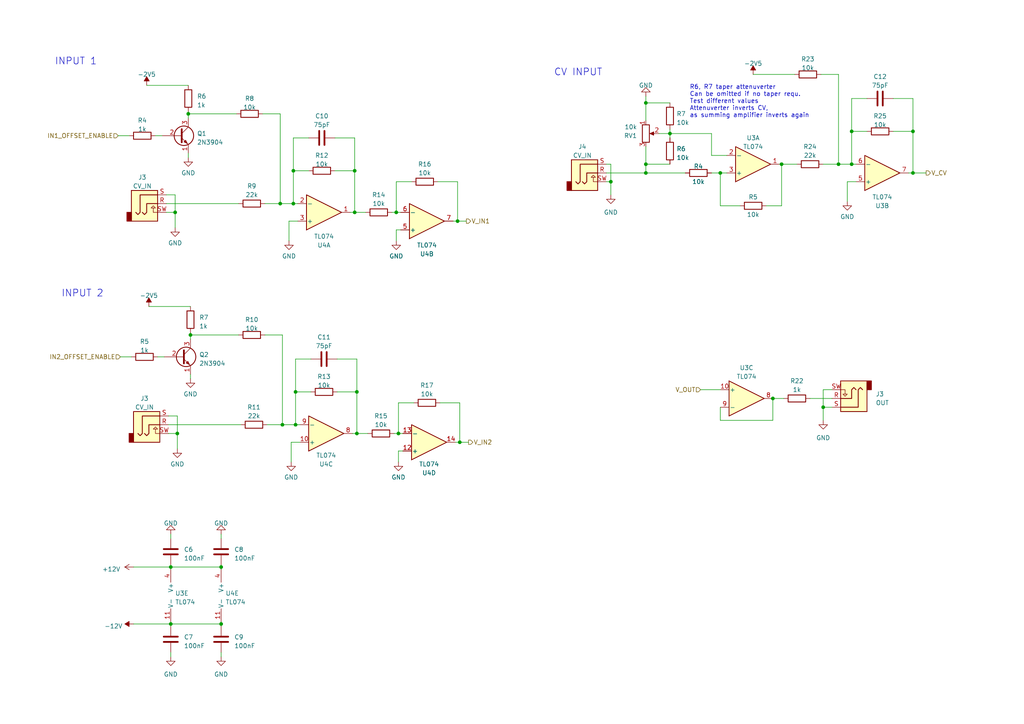
<source format=kicad_sch>
(kicad_sch (version 20230121) (generator eeschema)
  (paper "A4")
  (lib_symbols
    (symbol "Amplifier_Operational:TL074" (pin_names (offset 0.127))
      (property "Reference" "U" (at 0 5.08 0))
      (property "Value" "TL074" (at 0 -5.08 0))
      (symbol "TL074_1_1"
        (polyline (pts (xy -5.08 5.08) (xy 5.08 0) (xy -5.08 -5.08) (xy -5.08 5.08)) (stroke (width 0.254)) (fill (type background)))
        (pin output line (at 7.62 0 180) (length 2.54) (name "~") (number "1"))
        (pin input line (at -7.62 -2.54 0) (length 2.54) (name "-") (number "2"))
        (pin input line (at -7.62 2.54 0) (length 2.54) (name "+") (number "3"))
      )
      (symbol "TL074_2_1"
        (polyline (pts (xy -5.08 5.08) (xy 5.08 0) (xy -5.08 -5.08) (xy -5.08 5.08)) (stroke (width 0.254)) (fill (type background)))
        (pin input line (at -7.62 2.54 0) (length 2.54) (name "+") (number "5"))
        (pin input line (at -7.62 -2.54 0) (length 2.54) (name "-") (number "6"))
        (pin output line (at 7.62 0 180) (length 2.54) (name "~") (number "7"))
      )
      (symbol "TL074_3_1"
        (polyline (pts (xy -5.08 5.08) (xy 5.08 0) (xy -5.08 -5.08) (xy -5.08 5.08)) (stroke (width 0.254)) (fill (type background)))
        (pin input line (at -7.62 2.54 0) (length 2.54) (name "+") (number "10"))
        (pin output line (at 7.62 0 180) (length 2.54) (name "~") (number "8"))
        (pin input line (at -7.62 -2.54 0) (length 2.54) (name "-") (number "9"))
      )
      (symbol "TL074_4_1"
        (polyline (pts (xy -5.08 5.08) (xy 5.08 0) (xy -5.08 -5.08) (xy -5.08 5.08)) (stroke (width 0.254)) (fill (type background)))
        (pin input line (at -7.62 2.54 0) (length 2.54) (name "+") (number "12"))
        (pin input line (at -7.62 -2.54 0) (length 2.54) (name "-") (number "13"))
        (pin output line (at 7.62 0 180) (length 2.54) (name "~") (number "14"))
      )
      (symbol "TL074_5_1"
        (pin power_in line (at -2.54 -7.62 90) (length 3.81) (name "V-") (number "11"))
        (pin power_in line (at -2.54 7.62 270) (length 3.81) (name "V+") (number "4"))
      )
    )
    (symbol "AudioJack3_1"
      (property "Reference" "J3" (at -1.905 7.62 0))
      (property "Value" "CV_IN" (at -1.905 5.08 0))
      (symbol "AudioJack3_1_0_1"
        (rectangle (start -5.08 -5.08) (end -6.35 -2.54) (stroke (width 0.254)) (fill (type outline)))
        (rectangle (start -5.08 3.81) (end 2.54 -5.08) (stroke (width 0.254)) (fill (type background)))
        (polyline (pts (xy 2.54 -2.54) (xy 1.27 -2.54) (xy 1.27 -1.27)))
        (polyline (pts (xy -1.905 -2.54) (xy -1.27 -3.175) (xy -0.635 -2.54) (xy -0.635 0) (xy 2.54 0)) (stroke (width 0.254)))
        (polyline (pts (xy 1.27 -1.27) (xy 0.635 -1.27) (xy 1.27 -0.635) (xy 1.905 -1.27) (xy 1.27 -1.27)))
        (polyline (pts (xy 2.54 2.54) (xy -2.54 2.54) (xy -2.54 -2.54) (xy -3.175 -3.175) (xy -3.81 -2.54)) (stroke (width 0.254)))
      )
      (symbol "AudioJack3_1_1_1"
        (pin passive line (at 5.08 0 180) (length 2.54) (name "~") (number "R"))
        (pin passive line (at 5.08 2.54 180) (length 2.54) (name "~") (number "S"))
        (pin passive line (at 5.08 -2.54 180) (length 2.54) (name "~") (number "SW"))
      )
    )
    (symbol "Device:C" (pin_numbers hide) (pin_names (offset 0.254))
      (property "Reference" "C" (at 0.635 2.54 0))
      (property "Value" "C" (at 0.635 -2.54 0))
      (symbol "C_0_1"
        (polyline (pts (xy -2.032 -0.762) (xy 2.032 -0.762)) (stroke (width 0.508)))
        (polyline (pts (xy -2.032 0.762) (xy 2.032 0.762)) (stroke (width 0.508)))
      )
      (symbol "C_1_1"
        (pin passive line (at 0 3.81 270) (length 2.794) (name "~") (number "1"))
        (pin passive line (at 0 -3.81 90) (length 2.794) (name "~") (number "2"))
      )
    )
    (symbol "Device:R" (pin_numbers hide) (pin_names (offset 0))
      (property "Reference" "R" (at 2.032 0 90))
      (property "Value" "R" (at 0 0 90))
      (symbol "R_0_1"
        (rectangle (start -1.016 -2.54) (end 1.016 2.54) (stroke (width 0.254)))
      )
      (symbol "R_1_1"
        (pin passive line (at 0 3.81 270) (length 1.27) (name "~") (number "1"))
        (pin passive line (at 0 -3.81 90) (length 1.27) (name "~") (number "2"))
      )
    )
    (symbol "Device:R_Potentiometer" (pin_names (offset 1.016) hide)
      (property "Reference" "RV" (at -4.445 0 90))
      (property "Value" "R_Potentiometer" (at -2.54 0 90))
      (symbol "R_Potentiometer_0_1"
        (polyline (pts (xy 2.54 0) (xy 1.524 0)))
        (polyline (pts (xy 1.143 0) (xy 2.286 0.508) (xy 2.286 -0.508) (xy 1.143 0)) (fill (type outline)))
        (rectangle (start 1.016 2.54) (end -1.016 -2.54) (stroke (width 0.254)))
      )
      (symbol "R_Potentiometer_1_1"
        (pin passive line (at 0 3.81 270) (length 1.27) (name "1") (number "1"))
        (pin passive line (at 3.81 0 180) (length 1.27) (name "2") (number "2"))
        (pin passive line (at 0 -3.81 90) (length 1.27) (name "3") (number "3"))
      )
    )
    (symbol "Luke_library:Thonkiconn_mono"
      (property "Reference" "J3" (at -1.905 7.62 0))
      (property "Value" "CV_IN" (at -1.905 5.08 0))
      (symbol "Thonkiconn_mono_0_1"
        (rectangle (start -5.08 -5.08) (end -6.35 -2.54) (stroke (width 0.254)) (fill (type outline)))
        (rectangle (start -5.08 3.81) (end 2.54 -5.08) (stroke (width 0.254)) (fill (type background)))
        (polyline (pts (xy 2.54 -2.54) (xy 1.27 -2.54) (xy 1.27 -1.27)))
        (polyline (pts (xy -1.905 -2.54) (xy -1.27 -3.175) (xy -0.635 -2.54) (xy -0.635 0) (xy 2.54 0)) (stroke (width 0.254)))
        (polyline (pts (xy 1.27 -1.27) (xy 0.635 -1.27) (xy 1.27 -0.635) (xy 1.905 -1.27) (xy 1.27 -1.27)))
        (polyline (pts (xy 2.54 2.54) (xy -2.54 2.54) (xy -2.54 -2.54) (xy -3.175 -3.175) (xy -3.81 -2.54)) (stroke (width 0.254)))
      )
      (symbol "Thonkiconn_mono_1_1"
        (pin passive line (at 5.08 0 180) (length 2.54) (name "~") (number "R"))
        (pin passive line (at 5.08 2.54 180) (length 2.54) (name "~") (number "S"))
        (pin passive line (at 5.08 -2.54 180) (length 2.54) (name "~") (number "SW"))
      )
    )
    (symbol "Transistor_BJT:2N3904" (pin_names (offset 0) hide)
      (property "Reference" "Q" (at 5.08 1.905 0))
      (property "Value" "2N3904" (at 5.08 0 0))
      (symbol "2N3904_0_1"
        (polyline (pts (xy 0.635 0.635) (xy 2.54 2.54)))
        (polyline (pts (xy 0.635 -0.635) (xy 2.54 -2.54) (xy 2.54 -2.54)))
        (polyline (pts (xy 0.635 1.905) (xy 0.635 -1.905) (xy 0.635 -1.905)) (stroke (width 0.508)))
        (polyline (pts (xy 1.27 -1.778) (xy 1.778 -1.27) (xy 2.286 -2.286) (xy 1.27 -1.778) (xy 1.27 -1.778)) (fill (type outline)))
        (circle (center 1.27 0) (radius 2.8194) (stroke (width 0.254)))
      )
      (symbol "2N3904_1_1"
        (pin passive line (at 2.54 -5.08 90) (length 2.54) (name "E") (number "1"))
        (pin passive line (at -5.08 0 0) (length 5.715) (name "B") (number "2"))
        (pin passive line (at 2.54 5.08 270) (length 2.54) (name "C") (number "3"))
      )
    )
    (symbol "power:+12V" (power) (pin_names (offset 0))
      (property "Value" "+12V" (at 0 3.556 0))
      (symbol "+12V_0_1"
        (polyline (pts (xy -0.762 1.27) (xy 0 2.54)))
        (polyline (pts (xy 0 0) (xy 0 2.54)))
        (polyline (pts (xy 0 2.54) (xy 0.762 1.27)))
      )
      (symbol "+12V_1_1"
        (pin power_in line (at 0 0 90) (length 0) hide (name "+12V") (number "1"))
      )
    )
    (symbol "power:-12V" (power) (pin_names (offset 0))
      (property "Value" "-12V" (at 0 3.81 0))
      (symbol "-12V_0_0"
        (pin power_in line (at 0 0 90) (length 0) hide (name "-12V") (number "1"))
      )
      (symbol "-12V_0_1"
        (polyline (pts (xy 0 0) (xy 0 1.27) (xy 0.762 1.27) (xy 0 2.54) (xy -0.762 1.27) (xy 0 1.27)) (fill (type outline)))
      )
    )
    (symbol "power:-2V5" (power) (pin_names (offset 0))
      (property "Value" "-2V5" (at 0 3.81 0))
      (symbol "-2V5_0_0"
        (pin power_in line (at 0 0 90) (length 0) hide (name "-2V5") (number "1"))
      )
      (symbol "-2V5_0_1"
        (polyline (pts (xy 0 0) (xy 0 1.27) (xy 0.762 1.27) (xy 0 2.54) (xy -0.762 1.27) (xy 0 1.27)) (fill (type outline)))
      )
    )
    (symbol "power:GND" (power) (pin_names (offset 0))
      (property "Value" "GND" (at 0 -3.81 0))
      (symbol "GND_0_1"
        (polyline (pts (xy 0 0) (xy 0 -1.27) (xy 1.27 -1.27) (xy 0 -2.54) (xy -1.27 -1.27) (xy 0 -1.27)))
      )
      (symbol "GND_1_1"
        (pin power_in line (at 0 0 270) (length 0) hide (name "GND") (number "1"))
      )
    )
  )
  (junction (at 49.53 164.465))
  (junction (at 64.135 180.975))
  (junction (at 133.35 128.27))
  (junction (at 247.015 47.625))
  (junction (at 54.61 33.02))
  (junction (at 187.325 47.625))
  (junction (at 132.715 64.135))
  (junction (at 102.87 61.595))
  (junction (at 49.53 180.975))
  (junction (at 64.135 164.465))
  (junction (at 103.505 113.665))
  (junction (at 85.09 49.53))
  (junction (at 208.915 50.165))
  (junction (at 81.915 123.19))
  (junction (at 81.28 59.055))
  (junction (at 55.245 97.155))
  (junction (at 194.31 38.735))
  (junction (at 103.505 125.73))
  (junction (at 187.325 29.845))
  (junction (at 85.725 123.19))
  (junction (at 264.795 50.165))
  (junction (at 264.795 38.1))
  (junction (at 247.015 38.1))
  (junction (at 50.8 61.595))
  (junction (at 115.57 125.73))
  (junction (at 243.205 47.625))
  (junction (at 177.165 52.705))
  (junction (at 238.76 118.11))
  (junction (at 187.325 50.165))
  (junction (at 224.155 115.57))
  (junction (at 85.09 59.055))
  (junction (at 85.725 113.665))
  (junction (at 51.435 125.73))
  (junction (at 114.935 61.595))
  (junction (at 102.87 49.53))
  (junction (at 226.695 47.625))
  (wire (pts (xy 208.915 121.92) (xy 208.915 118.11)))
  (wire (pts (xy 251.46 28.575) (xy 247.015 28.575)))
  (wire (pts (xy 114.3 125.73) (xy 115.57 125.73)))
  (wire (pts (xy 97.79 104.14) (xy 103.505 104.14)))
  (wire (pts (xy 226.695 47.625) (xy 226.695 59.69)))
  (wire (pts (xy 243.205 47.625) (xy 247.015 47.625)))
  (wire (pts (xy 64.135 189.23) (xy 64.135 190.5)))
  (wire (pts (xy 76.835 59.055) (xy 81.28 59.055)))
  (wire (pts (xy 114.935 61.595) (xy 116.205 61.595)))
  (wire (pts (xy 55.245 97.155) (xy 55.245 98.425)))
  (wire (pts (xy 115.57 116.84) (xy 115.57 125.73)))
  (wire (pts (xy 247.015 47.625) (xy 248.285 47.625)))
  (wire (pts (xy 238.125 21.59) (xy 243.205 21.59)))
  (wire (pts (xy 226.695 47.625) (xy 231.14 47.625)))
  (wire (pts (xy 133.35 116.84) (xy 133.35 128.27)))
  (wire (pts (xy 187.325 47.625) (xy 187.325 42.545)))
  (wire (pts (xy 51.435 120.65) (xy 51.435 125.73)))
  (wire (pts (xy 76.2 33.02) (xy 81.28 33.02)))
  (wire (pts (xy 48.895 125.73) (xy 51.435 125.73)))
  (wire (pts (xy 114.935 69.85) (xy 114.935 66.675)))
  (wire (pts (xy 45.085 39.37) (xy 46.99 39.37)))
  (wire (pts (xy 251.46 38.1) (xy 247.015 38.1)))
  (wire (pts (xy 234.95 115.57) (xy 241.3 115.57)))
  (wire (pts (xy 49.53 180.34) (xy 49.53 180.975)))
  (wire (pts (xy 264.795 38.1) (xy 264.795 50.165)))
  (wire (pts (xy 120.015 116.84) (xy 115.57 116.84)))
  (wire (pts (xy 48.26 59.055) (xy 69.215 59.055)))
  (wire (pts (xy 114.935 52.705) (xy 114.935 61.595)))
  (wire (pts (xy 81.28 33.02) (xy 81.28 59.055)))
  (wire (pts (xy 224.155 115.57) (xy 224.155 121.92)))
  (wire (pts (xy 55.245 97.155) (xy 69.215 97.155)))
  (wire (pts (xy 206.375 45.085) (xy 206.375 38.735)))
  (wire (pts (xy 90.17 113.665) (xy 85.725 113.665)))
  (wire (pts (xy 84.455 128.27) (xy 86.995 128.27)))
  (wire (pts (xy 187.325 47.625) (xy 194.31 47.625)))
  (wire (pts (xy 245.745 58.42) (xy 245.745 52.705)))
  (wire (pts (xy 115.57 130.81) (xy 116.84 130.81)))
  (wire (pts (xy 50.8 61.595) (xy 50.8 66.04)))
  (wire (pts (xy 113.665 61.595) (xy 114.935 61.595)))
  (wire (pts (xy 175.895 50.165) (xy 187.325 50.165)))
  (wire (pts (xy 194.31 38.735) (xy 194.31 37.465)))
  (wire (pts (xy 83.82 64.135) (xy 86.36 64.135)))
  (wire (pts (xy 85.09 49.53) (xy 85.09 59.055)))
  (wire (pts (xy 97.79 113.665) (xy 103.505 113.665)))
  (wire (pts (xy 115.57 133.985) (xy 115.57 130.81)))
  (wire (pts (xy 226.06 47.625) (xy 226.695 47.625)))
  (wire (pts (xy 48.26 61.595) (xy 50.8 61.595)))
  (wire (pts (xy 49.53 164.465) (xy 49.53 165.1)))
  (wire (pts (xy 238.76 118.11) (xy 238.76 121.92)))
  (wire (pts (xy 103.505 125.73) (xy 106.68 125.73)))
  (wire (pts (xy 64.135 180.34) (xy 64.135 180.975)))
  (wire (pts (xy 64.135 163.83) (xy 64.135 164.465)))
  (wire (pts (xy 49.53 180.975) (xy 64.135 180.975)))
  (wire (pts (xy 49.53 180.975) (xy 49.53 181.61)))
  (wire (pts (xy 114.935 66.675) (xy 116.205 66.675)))
  (wire (pts (xy 264.795 50.165) (xy 268.605 50.165)))
  (wire (pts (xy 50.8 56.515) (xy 50.8 61.595)))
  (wire (pts (xy 214.63 59.69) (xy 208.915 59.69)))
  (wire (pts (xy 208.915 50.165) (xy 210.82 50.165)))
  (wire (pts (xy 206.375 38.735) (xy 194.31 38.735)))
  (wire (pts (xy 51.435 125.73) (xy 51.435 130.175)))
  (wire (pts (xy 89.535 40.005) (xy 85.09 40.005)))
  (wire (pts (xy 206.375 50.165) (xy 208.915 50.165)))
  (wire (pts (xy 76.835 97.155) (xy 81.915 97.155)))
  (wire (pts (xy 191.135 38.735) (xy 194.31 38.735)))
  (wire (pts (xy 222.25 59.69) (xy 226.695 59.69)))
  (wire (pts (xy 54.61 33.02) (xy 54.61 34.29)))
  (wire (pts (xy 264.795 50.165) (xy 263.525 50.165)))
  (wire (pts (xy 42.545 24.765) (xy 54.61 24.765)))
  (wire (pts (xy 131.445 64.135) (xy 132.715 64.135)))
  (wire (pts (xy 238.76 113.03) (xy 238.76 118.11)))
  (wire (pts (xy 203.2 113.03) (xy 208.915 113.03)))
  (wire (pts (xy 54.61 44.45) (xy 54.61 45.72)))
  (wire (pts (xy 64.135 154.94) (xy 64.135 156.21)))
  (wire (pts (xy 81.915 123.19) (xy 85.725 123.19)))
  (wire (pts (xy 38.735 180.975) (xy 49.53 180.975)))
  (wire (pts (xy 127.635 116.84) (xy 133.35 116.84)))
  (wire (pts (xy 84.455 133.985) (xy 84.455 128.27)))
  (wire (pts (xy 102.87 61.595) (xy 101.6 61.595)))
  (wire (pts (xy 218.44 21.59) (xy 230.505 21.59)))
  (wire (pts (xy 103.505 125.73) (xy 102.235 125.73)))
  (wire (pts (xy 81.28 59.055) (xy 85.09 59.055)))
  (wire (pts (xy 187.325 50.165) (xy 187.325 47.625)))
  (wire (pts (xy 81.915 97.155) (xy 81.915 123.19)))
  (wire (pts (xy 85.725 113.665) (xy 85.725 123.19)))
  (wire (pts (xy 54.61 32.385) (xy 54.61 33.02)))
  (wire (pts (xy 85.725 104.14) (xy 85.725 113.665)))
  (wire (pts (xy 194.31 38.735) (xy 194.31 40.005)))
  (wire (pts (xy 49.53 164.465) (xy 64.135 164.465)))
  (wire (pts (xy 34.925 103.505) (xy 38.1 103.505)))
  (wire (pts (xy 102.87 49.53) (xy 102.87 61.595)))
  (wire (pts (xy 247.015 28.575) (xy 247.015 38.1)))
  (wire (pts (xy 85.09 59.055) (xy 86.36 59.055)))
  (wire (pts (xy 177.165 52.705) (xy 177.165 56.515)))
  (wire (pts (xy 132.715 64.135) (xy 135.255 64.135)))
  (wire (pts (xy 48.26 56.515) (xy 50.8 56.515)))
  (wire (pts (xy 103.505 113.665) (xy 103.505 125.73)))
  (wire (pts (xy 77.47 123.19) (xy 81.915 123.19)))
  (wire (pts (xy 224.155 115.57) (xy 227.33 115.57)))
  (wire (pts (xy 38.735 164.465) (xy 49.53 164.465)))
  (wire (pts (xy 177.165 47.625) (xy 177.165 52.705)))
  (wire (pts (xy 210.82 45.085) (xy 206.375 45.085)))
  (wire (pts (xy 187.325 27.94) (xy 187.325 29.845)))
  (wire (pts (xy 187.325 34.925) (xy 187.325 29.845)))
  (wire (pts (xy 133.35 128.27) (xy 135.89 128.27)))
  (wire (pts (xy 85.09 40.005) (xy 85.09 49.53)))
  (wire (pts (xy 103.505 104.14) (xy 103.505 113.665)))
  (wire (pts (xy 238.76 118.11) (xy 241.3 118.11)))
  (wire (pts (xy 243.205 21.59) (xy 243.205 47.625)))
  (wire (pts (xy 115.57 125.73) (xy 116.84 125.73)))
  (wire (pts (xy 55.245 108.585) (xy 55.245 109.855)))
  (wire (pts (xy 175.895 47.625) (xy 177.165 47.625)))
  (wire (pts (xy 34.29 39.37) (xy 37.465 39.37)))
  (wire (pts (xy 102.87 61.595) (xy 106.045 61.595)))
  (wire (pts (xy 83.82 69.85) (xy 83.82 64.135)))
  (wire (pts (xy 54.61 33.02) (xy 68.58 33.02)))
  (wire (pts (xy 97.155 49.53) (xy 102.87 49.53)))
  (wire (pts (xy 102.87 40.005) (xy 102.87 49.53)))
  (wire (pts (xy 45.72 103.505) (xy 47.625 103.505)))
  (wire (pts (xy 187.325 29.845) (xy 194.31 29.845)))
  (wire (pts (xy 49.53 163.83) (xy 49.53 164.465)))
  (wire (pts (xy 132.08 128.27) (xy 133.35 128.27)))
  (wire (pts (xy 259.08 38.1) (xy 264.795 38.1)))
  (wire (pts (xy 49.53 189.23) (xy 49.53 190.5)))
  (wire (pts (xy 245.745 52.705) (xy 248.285 52.705)))
  (wire (pts (xy 90.17 104.14) (xy 85.725 104.14)))
  (wire (pts (xy 259.08 28.575) (xy 264.795 28.575)))
  (wire (pts (xy 177.165 52.705) (xy 175.895 52.705)))
  (wire (pts (xy 43.18 88.9) (xy 55.245 88.9)))
  (wire (pts (xy 85.725 123.19) (xy 86.995 123.19)))
  (wire (pts (xy 48.895 120.65) (xy 51.435 120.65)))
  (wire (pts (xy 119.38 52.705) (xy 114.935 52.705)))
  (wire (pts (xy 132.715 52.705) (xy 132.715 64.135)))
  (wire (pts (xy 238.76 47.625) (xy 243.205 47.625)))
  (wire (pts (xy 49.53 154.94) (xy 49.53 156.21)))
  (wire (pts (xy 97.155 40.005) (xy 102.87 40.005)))
  (wire (pts (xy 127 52.705) (xy 132.715 52.705)))
  (wire (pts (xy 224.155 121.92) (xy 208.915 121.92)))
  (wire (pts (xy 64.135 164.465) (xy 64.135 165.1)))
  (wire (pts (xy 208.915 59.69) (xy 208.915 50.165)))
  (wire (pts (xy 89.535 49.53) (xy 85.09 49.53)))
  (wire (pts (xy 48.895 123.19) (xy 69.85 123.19)))
  (wire (pts (xy 247.015 38.1) (xy 247.015 47.625)))
  (wire (pts (xy 198.755 50.165) (xy 187.325 50.165)))
  (wire (pts (xy 264.795 28.575) (xy 264.795 38.1)))
  (wire (pts (xy 64.135 180.975) (xy 64.135 181.61)))
  (wire (pts (xy 55.245 96.52) (xy 55.245 97.155)))
  (wire (pts (xy 241.3 113.03) (xy 238.76 113.03)))
  (text "INPUT 1" (at 15.875 19.05 0) (effects (font (size 2 2)) (justify left bottom)))
  (text "INPUT 2" (at 17.78 86.36 0) (effects (font (size 2 2)) (justify left bottom)))
  (text "CV INPUT" (at 160.655 22.225 0) (effects (font (size 2 2)) (justify left bottom)))
  (text "R6, R7 taper attenuverter\nCan be omitted if no taper requ.\nTest different values\nAttenuverter inverts CV,\nas summing amplifier inverts again" (at 200.025 34.29 0) (effects (font (size 1.27 1.27)) (justify left bottom)))
  (hierarchical_label "V_IN2" (shape output) (at 135.89 128.27 0))
  (hierarchical_label "IN2_OFFSET_ENABLE" (shape input) (at 34.925 103.505 180))
  (hierarchical_label "V_OUT" (shape input) (at 203.2 113.03 180))
  (hierarchical_label "IN1_OFFSET_ENABLE" (shape input) (at 34.29 39.37 180))
  (hierarchical_label "V_CV" (shape output) (at 268.605 50.165 0))
  (hierarchical_label "V_IN1" (shape output) (at 135.255 64.135 0))
  (symbol (lib_id "Device:C") (at 64.135 160.02 0) (unit 1)
    (property "Reference" "C8" (at 67.945 159.385 0) (effects (justify left)))
    (property "Value" "100nF" (at 67.945 161.925 0) (effects (justify left)))
  )
  (symbol (lib_id "power:-2V5") (at 42.545 24.765 0) (unit 1)
    (property "Reference" "#PWR016" (effects hide))
    (property "Value" "-2V5" (at 42.545 21.59 0))
  )
  (symbol (lib_id "Amplifier_Operational:TL074") (at 123.825 64.135 0) (mirror x) (unit 2)
    (property "Reference" "U4" (at 123.825 73.66 0))
    (property "Value" "TL074" (at 123.825 71.12 0))
    (property "Datasheet" "http://www.ti.com/lit/ds/symlink/tl071.pdf" (effects hide))
  )
  (symbol (lib_id "power:-12V") (at 38.735 180.975 90) (unit 1)
    (property "Reference" "#PWR014" (effects hide))
    (property "Value" "-12V" (at 35.56 181.61 90) (effects (justify left)))
  )
  (symbol (lib_id "Device:R") (at 234.95 47.625 90) (unit 1)
    (property "Reference" "R24" (at 234.95 42.545 90))
    (property "Value" "22k" (at 234.95 45.085 90))
  )
  (symbol (lib_id "Device:R") (at 55.245 92.71 180) (unit 1)
    (property "Reference" "R7" (at 57.785 92.075 0) (effects (justify right)))
    (property "Value" "1k" (at 57.785 94.615 0) (effects (justify right)))
  )
  (symbol (lib_id "Device:R") (at 255.27 38.1 90) (unit 1)
    (property "Reference" "R25" (at 255.27 33.655 90))
    (property "Value" "10k" (at 255.27 36.195 90))
  )
  (symbol (lib_id "Device:R") (at 93.98 113.665 90) (unit 1)
    (property "Reference" "R13" (at 93.98 109.22 90))
    (property "Value" "10k" (at 93.98 111.76 90))
  )
  (symbol (lib_id "Device:C") (at 93.345 40.005 90) (unit 1)
    (property "Reference" "C10" (at 93.345 33.655 90))
    (property "Value" "75pF" (at 93.345 36.195 90))
  )
  (symbol (lib_id "Device:R") (at 218.44 59.69 90) (unit 1)
    (property "Reference" "R5" (at 218.44 57.15 90))
    (property "Value" "10k" (at 218.44 62.23 90))
    (instances (project "bone_charm" (path "" (reference "R5") (unit 1)) (path "" (reference "R21") (unit 1))))
  )
  (symbol (lib_id "Device:C") (at 49.53 160.02 0) (unit 1)
    (property "Reference" "C6" (at 53.34 159.385 0) (effects (justify left)))
    (property "Value" "100nF" (at 53.34 161.925 0) (effects (justify left)))
  )
  (symbol (lib_id "Amplifier_Operational:TL074") (at 124.46 128.27 0) (mirror x) (unit 4)
    (property "Reference" "U4" (at 124.46 137.16 0))
    (property "Value" "TL074" (at 124.46 134.62 0))
    (property "Datasheet" "http://www.ti.com/lit/ds/symlink/tl071.pdf" (effects hide))
  )
  (symbol (lib_name "AudioJack3_1") (lib_id "Connector_Audio:AudioJack3") (at 43.815 123.19 0) (unit 1)
    (property "Reference" "J3" (at 41.91 115.57 0))
    (property "Value" "CV_IN" (at 41.91 118.11 0))
  )
  (symbol (lib_id "Device:R") (at 194.31 33.655 0) (unit 1)
    (property "Reference" "R7" (at 196.215 33.02 0) (effects (justify left)))
    (property "Value" "10k" (at 196.215 35.56 0) (effects (justify left)))
    (instances (project "bone_charm" (path "" (reference "R7") (unit 1)) (path "" (reference "R18") (unit 1))))
  )
  (symbol (lib_id "Device:C") (at 49.53 185.42 0) (unit 1)
    (property "Reference" "C7" (at 53.34 184.785 0) (effects (justify left)))
    (property "Value" "100nF" (at 53.34 187.325 0) (effects (justify left)))
  )
  (symbol (lib_id "power:GND") (at 177.165 56.515 0) (unit 1)
    (property "Reference" "#PWR015" (effects hide))
    (property "Value" "GND" (at 177.165 61.595 0))
    (instances (project "bone_charm" (path "" (reference "#PWR015") (unit 1)) (path "" (reference "#PWR030") (unit 1))))
  )
  (symbol (lib_id "Device:R") (at 73.025 59.055 90) (unit 1)
    (property "Reference" "R9" (at 73.025 53.975 90))
    (property "Value" "22k" (at 73.025 56.515 90))
  )
  (symbol (lib_id "power:GND") (at 245.745 58.42 0) (unit 1)
    (property "Reference" "#PWR034" (effects hide))
    (property "Value" "GND" (at 245.745 62.865 0))
  )
  (symbol (lib_id "Device:R") (at 93.345 49.53 90) (unit 1)
    (property "Reference" "R12" (at 93.345 45.085 90))
    (property "Value" "10k" (at 93.345 47.625 90))
  )
  (symbol (lib_id "power:-2V5") (at 43.18 88.9 0) (unit 1)
    (property "Reference" "#PWR017" (effects hide))
    (property "Value" "-2V5" (at 43.18 85.725 0))
  )
  (symbol (lib_id "power:GND") (at 50.8 66.04 0) (unit 1)
    (property "Reference" "#PWR020" (effects hide))
    (property "Value" "GND" (at 50.8 70.485 0))
  )
  (symbol (lib_id "Luke_library:Thonkiconn_mono") (at 170.815 50.165 0) (unit 1)
    (property "Reference" "J4" (at 168.91 42.545 0))
    (property "Value" "CV_IN" (at 168.91 45.085 0))
  )
  (symbol (lib_id "power:GND") (at 114.935 69.85 0) (unit 1)
    (property "Reference" "#PWR028" (effects hide))
    (property "Value" "GND" (at 114.935 74.295 0))
  )
  (symbol (lib_id "power:GND") (at 187.325 27.94 180) (unit 1)
    (property "Reference" "#PWR014" (effects hide))
    (property "Value" "GND" (at 187.325 24.765 0))
    (instances (project "bone_charm" (path "" (reference "#PWR014") (unit 1)) (path "" (reference "#PWR031") (unit 1))))
  )
  (symbol (lib_id "power:GND") (at 238.76 121.92 0) (unit 1)
    (property "Reference" "#PWR033" (effects hide))
    (property "Value" "GND" (at 238.76 127 0))
  )
  (symbol (lib_id "power:+12V") (at 38.735 164.465 90) (unit 1)
    (property "Reference" "#PWR015" (effects hide))
    (property "Value" "+12V" (at 34.925 165.1 90) (effects (justify left)))
  )
  (symbol (lib_id "power:GND") (at 83.82 69.85 0) (unit 1)
    (property "Reference" "#PWR026" (effects hide))
    (property "Value" "GND" (at 83.82 74.295 0))
  )
  (symbol (lib_id "power:GND") (at 49.53 154.94 180) (unit 1)
    (property "Reference" "#PWR018" (effects hide))
    (property "Value" "GND" (at 49.53 151.765 0))
  )
  (symbol (lib_name "AudioJack3_1") (lib_id "Connector_Audio:AudioJack3") (at 246.38 115.57 180) (unit 1)
    (property "Reference" "J3" (at 254 114.3 0) (effects (justify right)))
    (property "Value" "OUT" (at 254 116.84 0) (effects (justify right)))
    (instances (project "bone_charm" (path "" (reference "J3") (unit 1)) (path "" (reference "J5") (unit 1))))
  )
  (symbol (lib_id "Device:C") (at 64.135 185.42 0) (unit 1)
    (property "Reference" "C9" (at 67.945 184.785 0) (effects (justify left)))
    (property "Value" "100nF" (at 67.945 187.325 0) (effects (justify left)))
  )
  (symbol (lib_id "power:GND") (at 64.135 190.5 0) (unit 1)
    (property "Reference" "#PWR025" (effects hide))
    (property "Value" "GND" (at 64.135 195.58 0))
  )
  (symbol (lib_id "Amplifier_Operational:TL074") (at 52.07 172.72 0) (unit 5)
    (property "Reference" "U3" (at 50.8 172.085 0) (effects (justify left)))
    (property "Value" "TL074" (at 50.8 174.625 0) (effects (justify left)))
    (property "Datasheet" "http://www.ti.com/lit/ds/symlink/tl071.pdf" (effects hide))
  )
  (symbol (lib_id "power:GND") (at 55.245 109.855 0) (unit 1)
    (property "Reference" "#PWR023" (effects hide))
    (property "Value" "GND" (at 55.245 114.3 0))
  )
  (symbol (lib_id "Amplifier_Operational:TL074") (at 93.98 61.595 0) (mirror x) (unit 1)
    (property "Reference" "U4" (at 93.98 71.12 0))
    (property "Value" "TL074" (at 93.98 68.58 0))
    (property "Datasheet" "http://www.ti.com/lit/ds/symlink/tl071.pdf" (effects hide))
  )
  (symbol (lib_id "Device:R") (at 72.39 33.02 90) (unit 1)
    (property "Reference" "R8" (at 72.39 28.575 90))
    (property "Value" "10k" (at 72.39 31.115 90))
  )
  (symbol (lib_id "Device:R") (at 202.565 50.165 270) (unit 1)
    (property "Reference" "R4" (at 202.565 48.26 90))
    (property "Value" "10k" (at 202.565 52.705 90))
    (instances (project "bone_charm" (path "" (reference "R4") (unit 1)) (path "" (reference "R20") (unit 1))))
  )
  (symbol (lib_id "Device:R") (at 41.91 103.505 90) (unit 1)
    (property "Reference" "R5" (at 41.91 99.06 90))
    (property "Value" "1k" (at 41.91 101.6 90))
  )
  (symbol (lib_id "Device:C") (at 93.98 104.14 90) (unit 1)
    (property "Reference" "C11" (at 93.98 97.79 90))
    (property "Value" "75pF" (at 93.98 100.33 90))
  )
  (symbol (lib_id "power:GND") (at 54.61 45.72 0) (unit 1)
    (property "Reference" "#PWR022" (effects hide))
    (property "Value" "GND" (at 54.61 50.165 0))
  )
  (symbol (lib_id "Device:R") (at 73.66 123.19 90) (unit 1)
    (property "Reference" "R11" (at 73.66 118.11 90))
    (property "Value" "22k" (at 73.66 120.65 90))
  )
  (symbol (lib_id "power:GND") (at 84.455 133.985 0) (unit 1)
    (property "Reference" "#PWR027" (effects hide))
    (property "Value" "GND" (at 84.455 138.43 0))
  )
  (symbol (lib_id "Device:R") (at 123.825 116.84 90) (unit 1)
    (property "Reference" "R17" (at 123.825 111.76 90))
    (property "Value" "10k" (at 123.825 114.3 90))
  )
  (symbol (lib_id "Device:R_Potentiometer") (at 187.325 38.735 0) (unit 1)
    (property "Reference" "RV1" (at 184.785 39.37 0) (effects (justify right)))
    (property "Value" "10k" (at 184.785 36.83 0) (effects (justify right)))
  )
  (symbol (lib_id "Device:R") (at 234.315 21.59 90) (unit 1)
    (property "Reference" "R23" (at 234.315 17.145 90))
    (property "Value" "10k" (at 234.315 19.685 90))
  )
  (symbol (lib_id "Device:R") (at 110.49 125.73 90) (unit 1)
    (property "Reference" "R15" (at 110.49 120.65 90))
    (property "Value" "10k" (at 110.49 123.19 90))
  )
  (symbol (lib_id "Device:R") (at 231.14 115.57 90) (unit 1)
    (property "Reference" "R22" (at 231.14 110.49 90))
    (property "Value" "1k" (at 231.14 113.03 90))
  )
  (symbol (lib_id "Transistor_BJT:2N3904") (at 52.705 103.505 0) (unit 1)
    (property "Reference" "Q2" (at 57.785 102.87 0) (effects (justify left)))
    (property "Value" "2N3904" (at 57.785 105.41 0) (effects (justify left)))
    (property "Footprint" "Package_TO_SOT_THT:TO-92_Inline" (effects hide))
    (property "Datasheet" "https://www.onsemi.com/pub/Collateral/2N3903-D.PDF" (effects hide))
  )
  (symbol (lib_id "Device:R") (at 109.855 61.595 90) (unit 1)
    (property "Reference" "R14" (at 109.855 56.515 90))
    (property "Value" "10k" (at 109.855 59.055 90))
  )
  (symbol (lib_id "Amplifier_Operational:TL074") (at 66.675 172.72 0) (unit 5)
    (property "Reference" "U4" (at 65.405 172.085 0) (effects (justify left)))
    (property "Value" "TL074" (at 65.405 174.625 0) (effects (justify left)))
    (property "Datasheet" "http://www.ti.com/lit/ds/symlink/tl071.pdf" (effects hide))
  )
  (symbol (lib_id "Device:R") (at 41.275 39.37 90) (unit 1)
    (property "Reference" "R4" (at 41.275 34.925 90))
    (property "Value" "1k" (at 41.275 37.465 90))
  )
  (symbol (lib_id "Amplifier_Operational:TL074") (at 216.535 115.57 0) (unit 3)
    (property "Reference" "U3" (at 216.535 106.68 0))
    (property "Value" "TL074" (at 216.535 109.22 0))
    (property "Datasheet" "http://www.ti.com/lit/ds/symlink/tl071.pdf" (effects hide))
  )
  (symbol (lib_id "power:GND") (at 115.57 133.985 0) (unit 1)
    (property "Reference" "#PWR029" (effects hide))
    (property "Value" "GND" (at 115.57 138.43 0))
  )
  (symbol (lib_id "Transistor_BJT:2N3904") (at 52.07 39.37 0) (unit 1)
    (property "Reference" "Q1" (at 57.15 38.735 0) (effects (justify left)))
    (property "Value" "2N3904" (at 57.15 41.275 0) (effects (justify left)))
    (property "Footprint" "Package_TO_SOT_THT:TO-92_Inline" (effects hide))
    (property "Datasheet" "https://www.onsemi.com/pub/Collateral/2N3903-D.PDF" (effects hide))
  )
  (symbol (lib_id "power:GND") (at 64.135 154.94 180) (unit 1)
    (property "Reference" "#PWR024" (effects hide))
    (property "Value" "GND" (at 64.135 151.765 0))
  )
  (symbol (lib_id "Device:R") (at 73.025 97.155 90) (unit 1)
    (property "Reference" "R10" (at 73.025 92.71 90))
    (property "Value" "10k" (at 73.025 95.25 90))
  )
  (symbol (lib_id "power:-2V5") (at 218.44 21.59 0) (unit 1)
    (property "Reference" "#PWR032" (effects hide))
    (property "Value" "-2V5" (at 218.44 18.415 0))
  )
  (symbol (lib_id "Amplifier_Operational:TL074") (at 94.615 125.73 0) (mirror x) (unit 3)
    (property "Reference" "U4" (at 94.615 134.62 0))
    (property "Value" "TL074" (at 94.615 132.08 0))
    (property "Datasheet" "http://www.ti.com/lit/ds/symlink/tl071.pdf" (effects hide))
  )
  (symbol (lib_name "AudioJack3_1") (lib_id "Connector_Audio:AudioJack3") (at 43.18 59.055 0) (unit 1)
    (property "Reference" "J3" (at 41.275 51.435 0))
    (property "Value" "CV_IN" (at 41.275 53.975 0))
    (instances (project "bone_charm" (path "" (reference "J3") (unit 1)) (path "" (reference "J2") (unit 1))))
  )
  (symbol (lib_id "Amplifier_Operational:TL074") (at 255.905 50.165 0) (mirror x) (unit 2)
    (property "Reference" "U3" (at 255.905 59.69 0))
    (property "Value" "TL074" (at 255.905 57.15 0))
    (property "Datasheet" "http://www.ti.com/lit/ds/symlink/tl071.pdf" (effects hide))
  )
  (symbol (lib_id "Device:R") (at 54.61 28.575 180) (unit 1)
    (property "Reference" "R6" (at 57.15 27.94 0) (effects (justify right)))
    (property "Value" "1k" (at 57.15 30.48 0) (effects (justify right)))
  )
  (symbol (lib_id "Device:C") (at 255.27 28.575 90) (unit 1)
    (property "Reference" "C12" (at 255.27 22.225 90))
    (property "Value" "75pF" (at 255.27 24.765 90))
  )
  (symbol (lib_id "power:GND") (at 51.435 130.175 0) (unit 1)
    (property "Reference" "#PWR021" (effects hide))
    (property "Value" "GND" (at 51.435 134.62 0))
  )
  (symbol (lib_id "Device:R") (at 194.31 43.815 0) (unit 1)
    (property "Reference" "R6" (at 196.215 43.18 0) (effects (justify left)))
    (property "Value" "10k" (at 196.215 45.72 0) (effects (justify left)))
    (instances (project "bone_charm" (path "" (reference "R6") (unit 1)) (path "" (reference "R19") (unit 1))))
  )
  (symbol (lib_id "power:GND") (at 49.53 190.5 0) (unit 1)
    (property "Reference" "#PWR019" (effects hide))
    (property "Value" "GND" (at 49.53 195.58 0))
  )
  (symbol (lib_id "Device:R") (at 123.19 52.705 90) (unit 1)
    (property "Reference" "R16" (at 123.19 47.625 90))
    (property "Value" "10k" (at 123.19 50.165 90))
  )
  (symbol (lib_id "Amplifier_Operational:TL074") (at 218.44 47.625 0) (mirror x) (unit 1)
    (property "Reference" "U3" (at 218.44 40.005 0))
    (property "Value" "TL074" (at 218.44 42.545 0))
    (property "Datasheet" "http://www.ti.com/lit/ds/symlink/tl071.pdf" (effects hide))
  )
)
</source>
